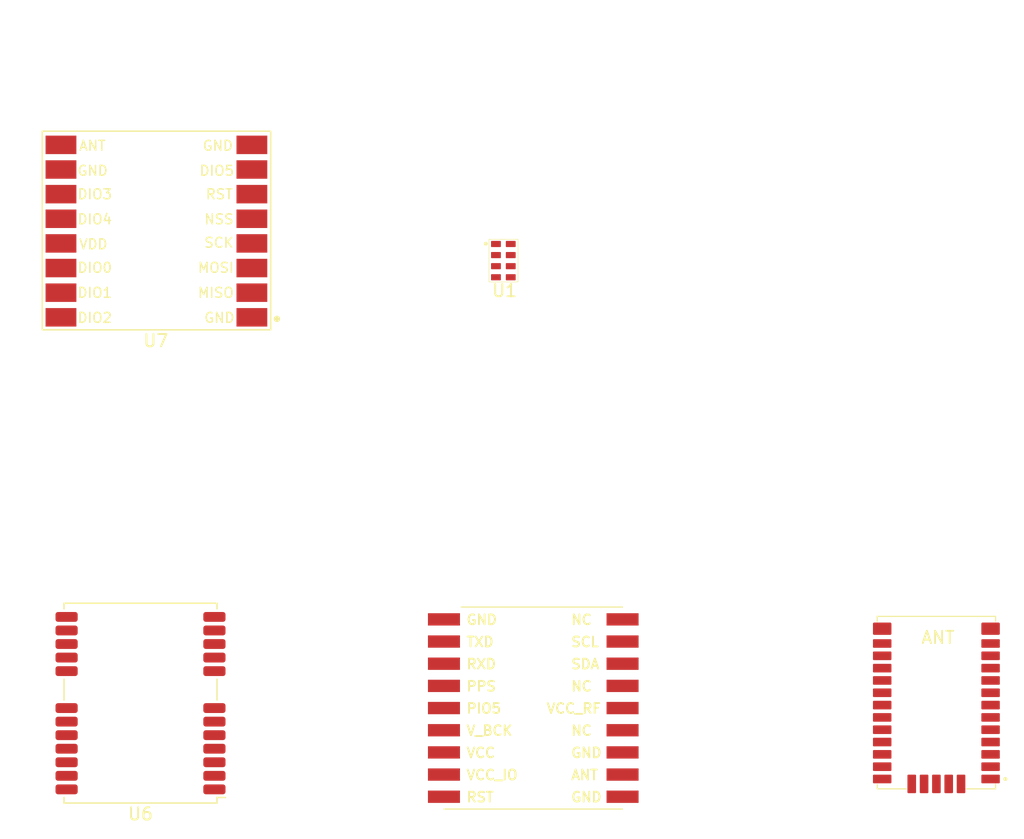
<source format=kicad_pcb>
(kicad_pcb (version 20240108) (generator "pcbnew") (generator_version "8.0")
  (layers (0 "F.Cu" signal) (31 "B.Cu" signal) (34 "B.Paste" user) (35 "F.Paste" user) (36 "B.SilkS" user "B.Silkscreen") (37 "F.SilkS" user "F.Silkscreen") (38 "B.Mask" user) (39 "F.Mask" user) (44 "Edge.Cuts" user))
  (net 0 "")
  (net 1 "Net-(J1-In)")
  (net 2 "GND")
  (net 3 "+3V3")
  (net 4 "SPI_MOSI")
  (net 5 "SPI_SCK")
  (net 6 "SPI_MISO")
  (net 7 "Net-(U6-VCC_RF)")
  (net 8 "Net-(U6-RF_IN)")
  (net 9 "GPS_RST")
  (net 10 "LORA_RST")
  (net 11 "I2C_SDA_OTHER")
  (net 12 "I2C_SCL_OTHER")
  (net 13 "GPS_PPS")
  (net 14 "LORA_CS")
  (net 15 "LORA_DIO0_IRQ")
  (net 18 "GPS_EXTINT")
  (net 22 "RTK_STAT")
  (footprint "MyFootprints:CAM-M8C" (layer "F.Cu") (at 148.082 105.2322)
    (property "Reference" "U1" (hide yes))
    (property "Value" "CAM-M8C")
    (fp_line (start -4.97 -7.1875) (end -4.97 -6.76) (stroke (width 0.1)) (layer "F.SilkS"))
    (fp_line (start -4.965119 -7.1875) (end 4.634881 -7.1875) (stroke (width 0.1)) (layer "F.SilkS"))
    (fp_line (start -4.96 6.46) (end -4.96 6.8125) (stroke (width 0.1)) (layer "F.SilkS"))
    (fp_line (start -2.59 6.8125) (end -4.96 6.8125) (stroke (width 0.1)) (layer "F.SilkS"))
    (fp_line (start 4.64 -7.1875) (end 4.64 -6.77) (stroke (width 0.1)) (layer "F.SilkS"))
    (fp_line (start 4.64 6.8125) (end 2.27 6.8125) (stroke (width 0.1)) (layer "F.SilkS"))
    (fp_line (start 4.64 6.8125) (end 4.64 6.43) (stroke (width 0.1)) (layer "F.SilkS"))
    (fp_circle (center 5.434881 6.0125) (end 5.534881 6.0125) (stroke (width 0.12)) (fill solid) (layer "F.SilkS"))
    (fp_text user "ANT" (at -1.465119 -4.8875 0) (layer "F.SilkS") (effects (justify left bottom)))
    (pad "1" smd roundrect (at 4.234881 6.0125) (size 1.5 0.7) (layers "F.Cu" "F.Paste" "F.Mask") (roundrect_rratio 0.1))
    (pad "2" smd roundrect (at 4.234881 5.0125) (size 1.5 0.7) (layers "F.Cu" "F.Paste" "F.Mask") (roundrect_rratio 0.1))
    (pad "3" smd roundrect (at 4.234881 4.0125) (size 1.5 0.7) (layers "F.Cu" "F.Paste" "F.Mask") (roundrect_rratio 0.1))
    (pad "4" smd roundrect (at 4.234881 3.0125) (size 1.5 0.7) (layers "F.Cu" "F.Paste" "F.Mask") (roundrect_rratio 0.1))
    (pad "5" smd roundrect (at 4.234881 2.0125) (size 1.5 0.7) (layers "F.Cu" "F.Paste" "F.Mask") (roundrect_rratio 0.1))
    (pad "6" smd roundrect (at 4.234881 1.0125) (size 1.5 0.7) (layers "F.Cu" "F.Paste" "F.Mask") (roundrect_rratio 0.1))
    (pad "7" smd roundrect (at 4.234881 0.0125) (size 1.5 0.7) (layers "F.Cu" "F.Paste" "F.Mask") (roundrect_rratio 0.1))
    (pad "8" smd roundrect (at 4.234881 -0.9875) (size 1.5 0.7) (layers "F.Cu" "F.Paste" "F.Mask") (roundrect_rratio 0.1))
    (pad "9" smd roundrect (at 4.234881 -1.9875) (size 1.5 0.7) (layers "F.Cu" "F.Paste" "F.Mask") (roundrect_rratio 0.1))
    (pad "10" smd roundrect (at 4.234881 -2.9875) (size 1.5 0.7) (layers "F.Cu" "F.Paste" "F.Mask") (roundrect_rratio 0.1))
    (pad "11" smd roundrect (at 4.234881 -3.9875) (size 1.5 0.7) (layers "F.Cu" "F.Paste" "F.Mask") (roundrect_rratio 0.1))
    (pad "12" smd roundrect (at 4.234881 -4.9875) (size 1.5 0.7) (layers "F.Cu" "F.Paste" "F.Mask") (roundrect_rratio 0.1))
    (pad "13" smd roundrect (at 4.234881 -6.1875) (size 1.5 1) (layers "F.Cu" "F.Paste" "F.Mask") (roundrect_rratio 0.1))
    (pad "14" smd roundrect (at -4.565119 -6.1875 180) (size 1.5 1) (layers "F.Cu" "F.Paste" "F.Mask") (roundrect_rratio 0.1))
    (pad "15" smd roundrect (at -4.565119 -4.9875 180) (size 1.5 0.7) (layers "F.Cu" "F.Paste" "F.Mask") (roundrect_rratio 0.1))
    (pad "16" smd roundrect (at -4.565119 -3.9875 180) (size 1.5 0.7) (layers "F.Cu" "F.Paste" "F.Mask") (roundrect_rratio 0.1))
    (pad "17" smd roundrect (at -4.565119 -2.9875 180) (size 1.5 0.7) (layers "F.Cu" "F.Paste" "F.Mask") (roundrect_rratio 0.1))
    (pad "18" smd roundrect (at -4.565119 -1.9875 180) (size 1.5 0.7) (layers "F.Cu" "F.Paste" "F.Mask") (roundrect_rratio 0.1))
    (pad "19" smd roundrect (at -4.565119 -0.9875 180) (size 1.5 0.7) (layers "F.Cu" "F.Paste" "F.Mask") (roundrect_rratio 0.1))
    (pad "20" smd roundrect (at -4.565119 0.0125 180) (size 1.5 0.7) (layers "F.Cu" "F.Paste" "F.Mask") (roundrect_rratio 0.1))
    (pad "21" smd roundrect (at -4.565119 1.0125 180) (size 1.5 0.7) (layers "F.Cu" "F.Paste" "F.Mask") (roundrect_rratio 0.1))
    (pad "22" smd roundrect (at -4.565119 2.0125 180) (size 1.5 0.7) (layers "F.Cu" "F.Paste" "F.Mask") (roundrect_rratio 0.1))
    (pad "23" smd roundrect (at -4.565119 3.0125 180) (size 1.5 0.7) (layers "F.Cu" "F.Paste" "F.Mask") (roundrect_rratio 0.1))
    (pad "24" smd roundrect (at -4.565119 4.0125 180) (size 1.5 0.7) (layers "F.Cu" "F.Paste" "F.Mask") (roundrect_rratio 0.1))
    (pad "25" smd roundrect (at -4.565119 5.0125 180) (size 1.5 0.7) (layers "F.Cu" "F.Paste" "F.Mask") (roundrect_rratio 0.1))
    (pad "26" smd roundrect (at -4.565119 6.0125 180) (size 1.5 0.7) (layers "F.Cu" "F.Paste" "F.Mask") (roundrect_rratio 0.1))
    (pad "27" smd roundrect (at -2.165119 6.4125 270) (size 1.5 0.7) (layers "F.Cu" "F.Paste" "F.Mask") (roundrect_rratio 0.1))
    (pad "28" smd roundrect (at -1.165119 6.4125 270) (size 1.5 0.7) (layers "F.Cu" "F.Paste" "F.Mask") (roundrect_rratio 0.1))
    (pad "29" smd roundrect (at -0.165119 6.4125 270) (size 1.5 0.7) (layers "F.Cu" "F.Paste" "F.Mask") (roundrect_rratio 0.1))
    (pad "30" smd roundrect (at 0.834881 6.4125 270) (size 1.5 0.7) (layers "F.Cu" "F.Paste" "F.Mask") (roundrect_rratio 0.1))
    (pad "31" smd roundrect (at 1.834881 6.4125 270) (size 1.5 0.7) (layers "F.Cu" "F.Paste" "F.Mask") (roundrect_rratio 0.1))
  )
  (footprint "MyFootprints:RV-3032" (layer "F.Cu") (at 112.7602 69.1604 -90)
    (property "Reference" "U1" (at 2.4384 -0.1016 0) (layer "F.SilkS"))
    (property "Value" "RV-3032")
    (fp_rect (start -1.7272 -1.1938) (end 1.7272 1.1684) (stroke (width 0.05)) (fill none) (layer "F.SilkS"))
    (fp_circle (center -1.3716 1.4224) (end -1.2716 1.4224) (stroke (width 0.12)) (fill none) (layer "F.SilkS"))
    (pad "1" smd roundrect (at -1.35 0.6 90) (size 0.5 0.8) (layers "F.Cu" "F.Paste" "F.Mask") (roundrect_rratio 0.1))
    (pad "2" smd roundrect (at -0.45 0.6 90) (size 0.5 0.8) (layers "F.Cu" "F.Paste" "F.Mask") (roundrect_rratio 0.1))
    (pad "3" smd roundrect (at 0.45 0.6 90) (size 0.5 0.8) (layers "F.Cu" "F.Paste" "F.Mask") (roundrect_rratio 0.1))
    (pad "4" smd roundrect (at 1.35 0.6 90) (size 0.5 0.8) (layers "F.Cu" "F.Paste" "F.Mask") (roundrect_rratio 0.1))
    (pad "5" smd roundrect (at 1.35 -0.6 270) (size 0.5 0.8) (layers "F.Cu" "F.Paste" "F.Mask") (roundrect_rratio 0.1))
    (pad "6" smd roundrect (at 0.45 -0.6 270) (size 0.5 0.8) (layers "F.Cu" "F.Paste" "F.Mask") (roundrect_rratio 0.1))
    (pad "7" smd roundrect (at -0.45 -0.6 270) (size 0.5 0.8) (layers "F.Cu" "F.Paste" "F.Mask") (roundrect_rratio 0.1))
    (pad "8" smd roundrect (at -1.35 -0.6 270) (size 0.5 0.8) (layers "F.Cu" "F.Paste" "F.Mask") (roundrect_rratio 0.1))
  )
  (footprint "MyFootprints:G-NiceRF-GPS" (layer "F.Cu") (at 107.939 98.2862)
    (property "Reference" "U4" (hide yes))
    (property "Value" "G-NiceRF-GPS")
    (fp_line (start 1.4 -1) (end 14.5 -1) (stroke (width 0.1)) (layer "F.SilkS"))
    (fp_line (start 14.5 15.4) (end 0 15.4) (stroke (width 0.1)) (layer "F.SilkS"))
    (fp_text user "ANT" (at 10.25 13.1 0) (layer "F.SilkS") (effects (font (size 0.8 0.8)) (justify left bottom)))
    (fp_text user "V_BCK" (at 1.75 9.5 0) (layer "F.SilkS") (effects (font (size 0.8 0.8)) (justify left bottom)))
    (fp_text user "NC" (at 10.25 9.5 0) (layer "F.SilkS") (effects (font (size 0.8 0.8)) (justify left bottom)))
    (fp_text user "SCL" (at 10.25 2.3 0) (layer "F.SilkS") (effects (font (size 0.8 0.8)) (justify left bottom)))
    (fp_text user "RST" (at 1.75 14.9 0) (layer "F.SilkS") (effects (font (size 0.8 0.8)) (justify left bottom)))
    (fp_text user "SDA" (at 10.25 4.1 0) (layer "F.SilkS") (effects (font (size 0.8 0.8)) (justify left bottom)))
    (fp_text user "RXD" (at 1.75 4.1 0) (layer "F.SilkS") (effects (font (size 0.8 0.8)) (justify left bottom)))
    (fp_text user "PPS" (at 1.75 5.9 0) (layer "F.SilkS") (effects (font (size 0.8 0.8)) (justify left bottom)))
    (fp_text user "TXD" (at 1.75 2.3 0) (layer "F.SilkS") (effects (font (size 0.8 0.8)) (justify left bottom)))
    (fp_text user "PIO5" (at 1.75 7.7 0) (layer "F.SilkS") (effects (font (size 0.8 0.8)) (justify left bottom)))
    (fp_text user "VCC_IO" (at 1.75 13.1 0) (layer "F.SilkS") (effects (font (size 0.8 0.8)) (justify left bottom)))
    (fp_text user "VCC" (at 1.75 11.3 0) (layer "F.SilkS") (effects (font (size 0.8 0.8)) (justify left bottom)))
    (fp_text user "NC" (at 10.25 5.9 0) (layer "F.SilkS") (effects (font (size 0.8 0.8)) (justify left bottom)))
    (fp_text user "GND" (at 10.25 11.3 0) (layer "F.SilkS") (effects (font (size 0.8 0.8)) (justify left bottom)))
    (fp_text user "GND" (at 1.75 0.5 0) (layer "F.SilkS") (effects (font (size 0.8 0.8)) (justify left bottom)))
    (fp_text user "NC" (at 10.25 0.5 0) (layer "F.SilkS") (effects (font (size 0.8 0.8)) (justify left bottom)))
    (fp_text user "VCC_RF" (at 8.25 7.7 0) (layer "F.SilkS") (effects (font (size 0.8 0.8)) (justify left bottom)))
    (fp_text user "GND" (at 10.25 14.9 0) (layer "F.SilkS") (effects (font (size 0.8 0.8)) (justify left bottom)))
    (pad "1" smd rect (at 0 0) (size 2.6 1) (layers "F.Cu" "F.Paste" "F.Mask"))
    (pad "1" smd rect (at 14.5 10.8 180) (size 2.6 1) (layers "F.Cu" "F.Paste" "F.Mask"))
    (pad "1" smd rect (at 14.5 14.4 180) (size 2.6 1) (layers "F.Cu" "F.Paste" "F.Mask"))
    (pad "2" smd rect (at 0 1.8) (size 2.6 1) (layers "F.Cu" "F.Paste" "F.Mask"))
    (pad "3" smd rect (at 0 3.6) (size 2.6 1) (layers "F.Cu" "F.Paste" "F.Mask"))
    (pad "4" smd rect (at 0 5.4) (size 2.6 1) (layers "F.Cu" "F.Paste" "F.Mask"))
    (pad "5" smd rect (at 0 7.2) (size 2.6 1) (layers "F.Cu" "F.Paste" "F.Mask"))
    (pad "6" smd rect (at 0 9) (size 2.6 1) (layers "F.Cu" "F.Paste" "F.Mask"))
    (pad "7" smd rect (at 0 10.8) (size 2.6 1) (layers "F.Cu" "F.Paste" "F.Mask"))
    (pad "8" smd rect (at 0 12.6) (size 2.6 1) (layers "F.Cu" "F.Paste" "F.Mask"))
    (pad "9" smd rect (at 0 14.4) (size 2.6 1) (layers "F.Cu" "F.Paste" "F.Mask"))
    (pad "11" smd rect (at 14.5 12.6 180) (size 2.6 1) (layers "F.Cu" "F.Paste" "F.Mask"))
    (pad "13" smd rect (at 14.5 9 180) (size 2.6 1) (layers "F.Cu" "F.Paste" "F.Mask"))
    (pad "14" smd rect (at 14.5 7.2 180) (size 2.6 1) (layers "F.Cu" "F.Paste" "F.Mask"))
    (pad "15" smd rect (at 14.5 5.4 180) (size 2.6 1) (layers "F.Cu" "F.Paste" "F.Mask"))
    (pad "16" smd rect (at 14.5 3.6 180) (size 2.6 1) (layers "F.Cu" "F.Paste" "F.Mask"))
    (pad "17" smd rect (at 14.5 1.8 180) (size 2.6 1) (layers "F.Cu" "F.Paste" "F.Mask"))
    (pad "18" smd rect (at 14.5 0 180) (size 2.6 1) (layers "F.Cu" "F.Paste" "F.Mask"))
  )
  (footprint "RF_GPS:ublox_NEO" (layer "F.Cu") (at 83.302541 105.08705 180)
    (property "Reference" "U6" (at 0 -9 0) (layer "F.SilkS"))
    (property "Value" "NEO-M8P" (hide yes))
    (fp_line (start 6.21 7.66) (end 6.21 8.1) (stroke (width 0.12)) (layer "F.SilkS"))
    (fp_line (start 6.21 0.26) (end 6.21 1.94) (stroke (width 0.12)) (layer "F.SilkS"))
    (fp_line (start 6.21 -8.11) (end 6.21 -7.66) (stroke (width 0.12)) (layer "F.SilkS"))
    (fp_line (start -6.21 8.11) (end 6.21 8.11) (stroke (width 0.12)) (layer "F.SilkS"))
    (fp_line (start -6.21 7.66) (end -6.21 8.11) (stroke (width 0.12)) (layer "F.SilkS"))
    (fp_line (start -6.21 0.26) (end -6.21 1.94) (stroke (width 0.12)) (layer "F.SilkS"))
    (fp_line (start -6.21 -8.11) (end 6.21 -8.11) (stroke (width 0.12)) (layer "F.SilkS"))
    (fp_line (start -6.21 -8.11) (end -6.21 -7.66) (stroke (width 0.12)) (layer "F.SilkS"))
    (fp_line (start -6.9 -7.66) (end -6.21 -7.66) (stroke (width 0.12)) (layer "F.SilkS"))
    (pad "1" smd roundrect (at -6 -7 180) (size 1.8 0.8) (layers "F.Cu" "F.Paste" "F.Mask"))
    (pad "2" smd roundrect (at -6 -5.9 180) (size 1.8 0.8) (layers "F.Cu" "F.Paste" "F.Mask"))
    (pad "3" smd roundrect (at -6 -4.8 180) (size 1.8 0.8) (layers "F.Cu" "F.Paste" "F.Mask") (net 13 "GPS_PPS"))
    (pad "4" smd roundrect (at -6 -3.7 180) (size 1.8 0.8) (layers "F.Cu" "F.Paste" "F.Mask") (net 18 "GPS_EXTINT"))
    (pad "5" smd roundrect (at -6 -2.6 180) (size 1.8 0.8) (layers "F.Cu" "F.Paste" "F.Mask"))
    (pad "6" smd roundrect (at -6 -1.5 180) (size 1.8 0.8) (layers "F.Cu" "F.Paste" "F.Mask"))
    (pad "7" smd roundrect (at -6 -0.4 180) (size 1.8 0.8) (layers "F.Cu" "F.Paste" "F.Mask") (net 2 "GND"))
    (pad "8" smd roundrect (at -6 2.6 180) (size 1.8 0.8) (layers "F.Cu" "F.Paste" "F.Mask") (net 9 "GPS_RST"))
    (pad "9" smd roundrect (at -6 3.7 180) (size 1.8 0.8) (layers "F.Cu" "F.Paste" "F.Mask") (net 7 "Net-(U6-VCC_RF)"))
    (pad "10" smd roundrect (at -6 4.8 180) (size 1.8 0.8) (layers "F.Cu" "F.Paste" "F.Mask") (net 2 "GND"))
    (pad "11" smd roundrect (at -6 5.9 180) (size 1.8 0.8) (layers "F.Cu" "F.Paste" "F.Mask") (net 8 "Net-(U6-RF_IN)"))
    (pad "12" smd roundrect (at -6 7 180) (size 1.8 0.8) (layers "F.Cu" "F.Paste" "F.Mask") (net 2 "GND"))
    (pad "13" smd roundrect (at 6 7 180) (size 1.8 0.8) (layers "F.Cu" "F.Paste" "F.Mask") (net 2 "GND"))
    (pad "14" smd roundrect (at 6 5.9 180) (size 1.8 0.8) (layers "F.Cu" "F.Paste" "F.Mask"))
    (pad "15" smd roundrect (at 6 4.8 180) (size 1.8 0.8) (layers "F.Cu" "F.Paste" "F.Mask") (net 22 "RTK_STAT"))
    (pad "16" smd roundrect (at 6 3.7 180) (size 1.8 0.8) (layers "F.Cu" "F.Paste" "F.Mask"))
    (pad "17" smd roundrect (at 6 2.6 180) (size 1.8 0.8) (layers "F.Cu" "F.Paste" "F.Mask"))
    (pad "18" smd roundrect (at 6 -0.4 180) (size 1.8 0.8) (layers "F.Cu" "F.Paste" "F.Mask") (net 11 "I2C_SDA_OTHER"))
    (pad "19" smd roundrect (at 6 -1.5 180) (size 1.8 0.8) (layers "F.Cu" "F.Paste" "F.Mask") (net 12 "I2C_SCL_OTHER"))
    (pad "20" smd roundrect (at 6 -2.6 180) (size 1.8 0.8) (layers "F.Cu" "F.Paste" "F.Mask"))
    (pad "21" smd roundrect (at 6 -3.7 180) (size 1.8 0.8) (layers "F.Cu" "F.Paste" "F.Mask"))
    (pad "22" smd roundrect (at 6 -4.8 180) (size 1.8 0.8) (layers "F.Cu" "F.Paste" "F.Mask") (net 3 "+3V3"))
    (pad "23" smd roundrect (at 6 -5.9 180) (size 1.8 0.8) (layers "F.Cu" "F.Paste" "F.Mask") (net 3 "+3V3"))
    (pad "24" smd roundrect (at 6 -7 180) (size 1.8 0.8) (layers "F.Cu" "F.Paste" "F.Mask") (net 2 "GND"))
  )
  (footprint "MyFootprints:SX1276" (layer "F.Cu") (at 72.1454 54.0634)
    (property "Reference" "U7" (at 12.4 21.6 0) (layer "F.SilkS"))
    (property "Value" "SX1276")
    (fp_rect (start 21.724 20.716) (end 3.182 4.587) (stroke (width 0.12)) (fill none) (layer "F.SilkS"))
    (fp_circle (center 22.232 19.827) (end 22.432 19.827) (stroke (width 0.12)) (fill solid) (layer "F.SilkS"))
    (fp_text user "DIO2" (at 5.976 20.208 0) (layer "F.SilkS") (effects (font (size 0.8 0.8) (thickness 0.12)) (justify left bottom)))
    (fp_text user "GND" (at 16.263 20.208 0) (layer "F.SilkS") (effects (font (size 0.8 0.8) (thickness 0.12)) (justify left bottom)))
    (fp_text user "DIO0" (at 5.976 16.144 0) (layer "F.SilkS") (effects (font (size 0.8 0.8) (thickness 0.12)) (justify left bottom)))
    (fp_text user "SCK" (at 16.263 14.112 0) (layer "F.SilkS") (effects (font (size 0.8 0.8) (thickness 0.12)) (justify left bottom)))
    (fp_text user "VDD" (at 6.103 14.239 0) (layer "F.SilkS") (effects (font (size 0.8 0.8) (thickness 0.12)) (justify left bottom)))
    (fp_text user "GND" (at 5.976 8.27 0) (layer "F.SilkS") (effects (font (size 0.8 0.8) (thickness 0.12)) (justify left bottom)))
    (fp_text user "DIO3" (at 5.976 10.175 0) (layer "F.SilkS") (effects (font (size 0.8 0.8) (thickness 0.12)) (justify left bottom)))
    (fp_text user "MOSI" (at 18.803 16.144 0) (layer "F.SilkS") (effects (font (size 0.8 0.8) (thickness 0.12)) (justify right bottom)))
    (fp_text user "NSS" (at 16.263 12.207 0) (layer "F.SilkS") (effects (font (size 0.8 0.8) (thickness 0.12)) (justify left bottom)))
    (fp_text user "MISO" (at 18.803 18.176 0) (layer "F.SilkS") (effects (font (size 0.8 0.8) (thickness 0.12)) (justify right bottom)))
    (fp_text user "GND" (at 16.136 6.238 0) (layer "F.SilkS") (effects (font (size 0.8 0.8) (thickness 0.12)) (justify left bottom)))
    (fp_text user "ANT" (at 6.103 6.238 0) (layer "F.SilkS") (effects (font (size 0.8 0.8) (thickness 0.12)) (justify left bottom)))
    (fp_text user "DIO5" (at 15.882 8.27 0) (layer "F.SilkS") (effects (font (size 0.8 0.8) (thickness 0.12)) (justify left bottom)))
    (fp_text user "DIO4" (at 5.976 12.207 0) (layer "F.SilkS") (effects (font (size 0.8 0.8) (thickness 0.12)) (justify left bottom)))
    (fp_text user "RST" (at 16.39 10.175 0) (layer "F.SilkS") (effects (font (size 0.8 0.8) (thickness 0.12)) (justify left bottom)))
    (fp_text user "DIO1" (at 5.976 18.176 0) (layer "F.SilkS") (effects (font (size 0.8 0.8) (thickness 0.12)) (justify left bottom)))
    (pad "1" smd rect (at 4.7 7.7) (size 2.5 1.5) (layers "F.Cu" "F.Paste" "F.Mask") (net 2 "GND"))
    (pad "1" smd rect (at 20.2 5.7) (size 2.5 1.5) (layers "F.Cu" "F.Paste" "F.Mask") (net 2 "GND"))
    (pad "1" smd rect (at 20.2 19.7) (size 2.5 1.5) (layers "F.Cu" "F.Paste" "F.Mask") (net 2 "GND"))
    (pad "2" smd rect (at 20.2 17.7) (size 2.5 1.5) (layers "F.Cu" "F.Paste" "F.Mask") (net 6 "SPI_MISO"))
    (pad "3" smd rect (at 20.2 15.7) (size 2.5 1.5) (layers "F.Cu" "F.Paste" "F.Mask") (net 4 "SPI_MOSI"))
    (pad "4" smd rect (at 20.2 13.7) (size 2.5 1.5) (layers "F.Cu" "F.Paste" "F.Mask") (net 5 "SPI_SCK"))
    (pad "5" smd rect (at 20.2 11.7) (size 2.5 1.5) (layers "F.Cu" "F.Paste" "F.Mask") (net 14 "LORA_CS"))
    (pad "6" smd rect (at 20.2 9.7) (size 2.5 1.5) (layers "F.Cu" "F.Paste" "F.Mask") (net 10 "LORA_RST"))
    (pad "7" smd rect (at 20.2 7.7) (size 2.5 1.5) (layers "F.Cu" "F.Paste" "F.Mask"))
    (pad "8" smd rect (at 4.7 19.7) (size 2.5 1.5) (layers "F.Cu" "F.Paste" "F.Mask"))
    (pad "9" smd rect (at 4.7 17.7) (size 2.5 1.5) (layers "F.Cu" "F.Paste" "F.Mask"))
    (pad "10" smd rect (at 4.7 15.7) (size 2.5 1.5) (layers "F.Cu" "F.Paste" "F.Mask") (net 15 "LORA_DIO0_IRQ"))
    (pad "11" smd rect (at 4.7 13.7) (size 2.5 1.5) (layers "F.Cu" "F.Paste" "F.Mask") (net 3 "+3V3"))
    (pad "12" smd rect (at 4.7 11.7) (size 2.5 1.5) (layers "F.Cu" "F.Paste" "F.Mask"))
    (pad "13" smd rect (at 4.7 9.7) (size 2.5 1.5) (layers "F.Cu" "F.Paste" "F.Mask"))
    (pad "14" smd rect (at 4.7 5.7) (size 2.5 1.5) (layers "F.Cu" "F.Paste" "F.Mask") (net 1 "Net-(J1-In)"))
  )
)
</source>
